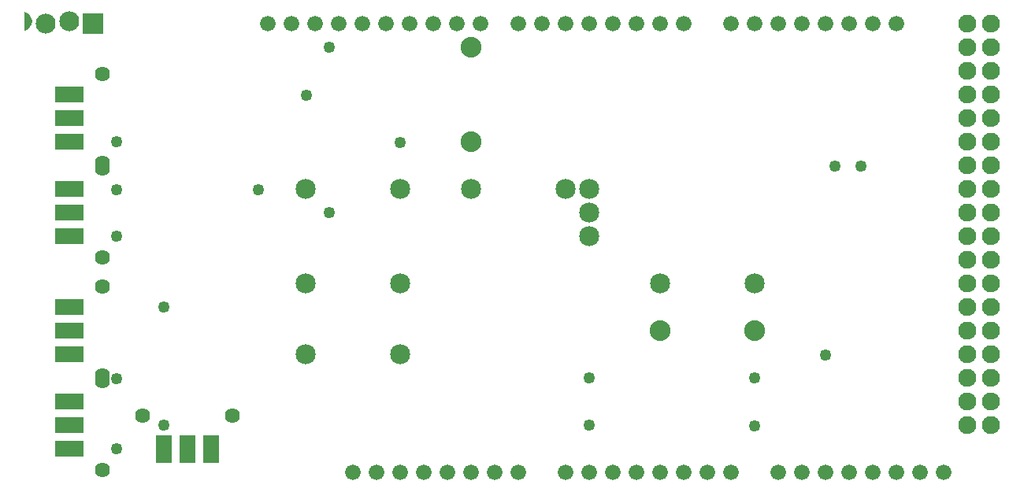
<source format=gts>
G04 MADE WITH FRITZING*
G04 WWW.FRITZING.ORG*
G04 DOUBLE SIDED*
G04 HOLES PLATED*
G04 CONTOUR ON CENTER OF CONTOUR VECTOR*
%ASAXBY*%
%FSLAX23Y23*%
%MOIN*%
%OFA0B0*%
%SFA1.0B1.0*%
%ADD10C,0.085000*%
%ADD11C,0.084000*%
%ADD12C,0.063937*%
%ADD13C,0.088000*%
%ADD14C,0.049370*%
%ADD15C,0.065990*%
%ADD16C,0.075993*%
%ADD17C,0.075965*%
%ADD18C,0.030000*%
%ADD19C,0.010000*%
%ADD20R,0.001000X0.001000*%
%LNMASK1*%
G90*
G70*
G54D10*
X1190Y600D03*
X1590Y600D03*
X1190Y1300D03*
X1590Y1300D03*
X2390Y1300D03*
X2390Y1200D03*
X2390Y1100D03*
X1890Y1300D03*
X2290Y1300D03*
X2690Y900D03*
X3090Y900D03*
G54D11*
X290Y2000D03*
X190Y2010D03*
X90Y2000D03*
X290Y2000D03*
X190Y2010D03*
X90Y2000D03*
G54D10*
X1590Y900D03*
X1190Y900D03*
G54D12*
X331Y488D03*
X331Y111D03*
X331Y488D03*
X331Y111D03*
G54D13*
X1890Y1900D03*
X1890Y1500D03*
X1890Y1900D03*
X1890Y1500D03*
X2690Y700D03*
X3090Y700D03*
X2690Y700D03*
X3090Y700D03*
G54D14*
X1589Y1498D03*
X1289Y1900D03*
G54D12*
X331Y888D03*
X331Y511D03*
X331Y888D03*
X331Y511D03*
X331Y1788D03*
X331Y1411D03*
X331Y1788D03*
X331Y1411D03*
X501Y341D03*
X879Y341D03*
X501Y341D03*
X879Y341D03*
X331Y1388D03*
X331Y1011D03*
X331Y1388D03*
X331Y1011D03*
G54D15*
X3290Y100D03*
X1690Y100D03*
X3390Y100D03*
X3490Y100D03*
X3590Y100D03*
X3690Y100D03*
G54D16*
X3990Y1500D03*
G54D15*
X3790Y100D03*
X3890Y100D03*
X1730Y2000D03*
X2290Y100D03*
X2390Y100D03*
X2490Y100D03*
X2590Y100D03*
G54D16*
X3990Y700D03*
G54D15*
X2690Y100D03*
X2790Y100D03*
X2890Y100D03*
X2990Y100D03*
X2490Y2000D03*
G54D16*
X3990Y1900D03*
X3990Y1100D03*
X3990Y300D03*
G54D15*
X1330Y2000D03*
X2090Y100D03*
X2090Y2000D03*
G54D16*
X3990Y1700D03*
X3990Y1300D03*
G54D17*
X3990Y900D03*
G54D15*
X3690Y2000D03*
G54D16*
X3990Y500D03*
G54D15*
X3590Y2000D03*
X3490Y2000D03*
X3390Y2000D03*
X3290Y2000D03*
X3190Y2000D03*
X3090Y2000D03*
X2990Y2000D03*
X1130Y2000D03*
X1530Y2000D03*
X1930Y2000D03*
X1490Y100D03*
X1890Y100D03*
X2690Y2000D03*
X2290Y2000D03*
G54D16*
X3990Y2000D03*
X3990Y1800D03*
X3990Y1600D03*
X3990Y1400D03*
X3990Y1200D03*
X3990Y1000D03*
X3990Y800D03*
X3990Y600D03*
G54D17*
X3990Y400D03*
G54D15*
X1030Y2000D03*
X1230Y2000D03*
X1430Y2000D03*
X1630Y2000D03*
X1830Y2000D03*
X1390Y100D03*
X1590Y100D03*
X1790Y100D03*
X1990Y100D03*
X2790Y2000D03*
X2590Y2000D03*
X2390Y2000D03*
X2190Y2000D03*
G54D16*
X4090Y2000D03*
X4090Y1900D03*
X4090Y1800D03*
X4090Y1700D03*
X4090Y1600D03*
X4090Y1500D03*
X4090Y1400D03*
X4090Y1300D03*
X4090Y1200D03*
X4090Y1100D03*
X4090Y1000D03*
G54D17*
X4090Y900D03*
G54D16*
X4090Y800D03*
X4090Y700D03*
X4090Y600D03*
X4090Y500D03*
G54D17*
X4090Y400D03*
G54D16*
X4090Y300D03*
G54D15*
X3190Y100D03*
G54D14*
X1192Y1699D03*
X390Y1500D03*
X389Y1299D03*
X390Y1100D03*
X989Y1299D03*
X3389Y599D03*
X1289Y1200D03*
X591Y300D03*
X591Y801D03*
X390Y200D03*
X390Y499D03*
X3090Y299D03*
X3090Y501D03*
X2391Y301D03*
X2390Y501D03*
X3540Y1396D03*
X3428Y1398D03*
G54D18*
G36*
X2418Y1072D02*
X2363Y1072D01*
X2363Y1127D01*
X2418Y1127D01*
X2418Y1072D01*
G37*
D02*
G54D19*
G36*
X131Y233D02*
X249Y233D01*
X249Y166D01*
X131Y166D01*
X131Y233D01*
G37*
D02*
G36*
X131Y333D02*
X249Y333D01*
X249Y266D01*
X131Y266D01*
X131Y333D01*
G37*
D02*
G36*
X131Y433D02*
X249Y433D01*
X249Y366D01*
X131Y366D01*
X131Y433D01*
G37*
D02*
G36*
X131Y633D02*
X249Y633D01*
X249Y566D01*
X131Y566D01*
X131Y633D01*
G37*
D02*
G36*
X131Y733D02*
X249Y733D01*
X249Y666D01*
X131Y666D01*
X131Y733D01*
G37*
D02*
G36*
X131Y833D02*
X249Y833D01*
X249Y766D01*
X131Y766D01*
X131Y833D01*
G37*
D02*
G36*
X131Y1533D02*
X249Y1533D01*
X249Y1466D01*
X131Y1466D01*
X131Y1533D01*
G37*
D02*
G36*
X131Y1633D02*
X249Y1633D01*
X249Y1566D01*
X131Y1566D01*
X131Y1633D01*
G37*
D02*
G36*
X131Y1733D02*
X249Y1733D01*
X249Y1666D01*
X131Y1666D01*
X131Y1733D01*
G37*
D02*
G36*
X557Y141D02*
X557Y259D01*
X624Y259D01*
X624Y141D01*
X557Y141D01*
G37*
D02*
G36*
X657Y141D02*
X657Y259D01*
X724Y259D01*
X724Y141D01*
X657Y141D01*
G37*
D02*
G36*
X757Y141D02*
X757Y259D01*
X824Y259D01*
X824Y141D01*
X757Y141D01*
G37*
D02*
G36*
X131Y1333D02*
X249Y1333D01*
X249Y1266D01*
X131Y1266D01*
X131Y1333D01*
G37*
D02*
G36*
X131Y1233D02*
X249Y1233D01*
X249Y1166D01*
X131Y1166D01*
X131Y1233D01*
G37*
D02*
G36*
X131Y1133D02*
X249Y1133D01*
X249Y1066D01*
X131Y1066D01*
X131Y1133D01*
G37*
D02*
G54D20*
X0Y2050D02*
X1Y2050D01*
X0Y2049D02*
X4Y2049D01*
X0Y2048D02*
X6Y2048D01*
X0Y2047D02*
X8Y2047D01*
X0Y2046D02*
X9Y2046D01*
X0Y2045D02*
X11Y2045D01*
X0Y2044D02*
X12Y2044D01*
X0Y2043D02*
X14Y2043D01*
X0Y2042D02*
X15Y2042D01*
X248Y2042D02*
X331Y2042D01*
X0Y2041D02*
X16Y2041D01*
X248Y2041D02*
X331Y2041D01*
X0Y2040D02*
X17Y2040D01*
X248Y2040D02*
X331Y2040D01*
X0Y2039D02*
X18Y2039D01*
X248Y2039D02*
X331Y2039D01*
X0Y2038D02*
X19Y2038D01*
X248Y2038D02*
X331Y2038D01*
X0Y2037D02*
X20Y2037D01*
X248Y2037D02*
X331Y2037D01*
X0Y2036D02*
X21Y2036D01*
X248Y2036D02*
X331Y2036D01*
X0Y2035D02*
X22Y2035D01*
X248Y2035D02*
X331Y2035D01*
X0Y2034D02*
X22Y2034D01*
X248Y2034D02*
X331Y2034D01*
X0Y2033D02*
X23Y2033D01*
X248Y2033D02*
X331Y2033D01*
X0Y2032D02*
X24Y2032D01*
X248Y2032D02*
X331Y2032D01*
X0Y2031D02*
X25Y2031D01*
X248Y2031D02*
X331Y2031D01*
X0Y2030D02*
X25Y2030D01*
X248Y2030D02*
X331Y2030D01*
X0Y2029D02*
X26Y2029D01*
X248Y2029D02*
X331Y2029D01*
X0Y2028D02*
X26Y2028D01*
X248Y2028D02*
X331Y2028D01*
X0Y2027D02*
X27Y2027D01*
X248Y2027D02*
X331Y2027D01*
X0Y2026D02*
X27Y2026D01*
X248Y2026D02*
X331Y2026D01*
X0Y2025D02*
X28Y2025D01*
X248Y2025D02*
X331Y2025D01*
X0Y2024D02*
X28Y2024D01*
X248Y2024D02*
X331Y2024D01*
X0Y2023D02*
X29Y2023D01*
X248Y2023D02*
X331Y2023D01*
X0Y2022D02*
X29Y2022D01*
X248Y2022D02*
X331Y2022D01*
X0Y2021D02*
X29Y2021D01*
X248Y2021D02*
X331Y2021D01*
X0Y2020D02*
X30Y2020D01*
X248Y2020D02*
X331Y2020D01*
X0Y2019D02*
X30Y2019D01*
X248Y2019D02*
X331Y2019D01*
X0Y2018D02*
X30Y2018D01*
X248Y2018D02*
X331Y2018D01*
X0Y2017D02*
X30Y2017D01*
X248Y2017D02*
X331Y2017D01*
X0Y2016D02*
X31Y2016D01*
X248Y2016D02*
X331Y2016D01*
X0Y2015D02*
X31Y2015D01*
X248Y2015D02*
X287Y2015D01*
X292Y2015D02*
X331Y2015D01*
X0Y2014D02*
X31Y2014D01*
X248Y2014D02*
X283Y2014D01*
X296Y2014D02*
X331Y2014D01*
X0Y2013D02*
X31Y2013D01*
X248Y2013D02*
X281Y2013D01*
X298Y2013D02*
X331Y2013D01*
X0Y2012D02*
X31Y2012D01*
X248Y2012D02*
X279Y2012D01*
X300Y2012D02*
X331Y2012D01*
X0Y2011D02*
X31Y2011D01*
X248Y2011D02*
X278Y2011D01*
X301Y2011D02*
X331Y2011D01*
X0Y2010D02*
X31Y2010D01*
X248Y2010D02*
X277Y2010D01*
X302Y2010D02*
X331Y2010D01*
X0Y2009D02*
X31Y2009D01*
X248Y2009D02*
X277Y2009D01*
X302Y2009D02*
X331Y2009D01*
X0Y2008D02*
X31Y2008D01*
X248Y2008D02*
X276Y2008D01*
X303Y2008D02*
X331Y2008D01*
X0Y2007D02*
X31Y2007D01*
X248Y2007D02*
X275Y2007D01*
X304Y2007D02*
X331Y2007D01*
X0Y2006D02*
X31Y2006D01*
X248Y2006D02*
X275Y2006D01*
X304Y2006D02*
X331Y2006D01*
X0Y2005D02*
X31Y2005D01*
X248Y2005D02*
X275Y2005D01*
X304Y2005D02*
X331Y2005D01*
X0Y2004D02*
X31Y2004D01*
X248Y2004D02*
X274Y2004D01*
X305Y2004D02*
X331Y2004D01*
X0Y2003D02*
X30Y2003D01*
X248Y2003D02*
X274Y2003D01*
X305Y2003D02*
X331Y2003D01*
X0Y2002D02*
X30Y2002D01*
X248Y2002D02*
X274Y2002D01*
X305Y2002D02*
X331Y2002D01*
X0Y2001D02*
X30Y2001D01*
X248Y2001D02*
X274Y2001D01*
X305Y2001D02*
X331Y2001D01*
X0Y2000D02*
X30Y2000D01*
X248Y2000D02*
X274Y2000D01*
X305Y2000D02*
X331Y2000D01*
X0Y1999D02*
X29Y1999D01*
X248Y1999D02*
X274Y1999D01*
X305Y1999D02*
X331Y1999D01*
X0Y1998D02*
X29Y1998D01*
X248Y1998D02*
X274Y1998D01*
X305Y1998D02*
X331Y1998D01*
X0Y1997D02*
X29Y1997D01*
X248Y1997D02*
X274Y1997D01*
X305Y1997D02*
X331Y1997D01*
X0Y1996D02*
X28Y1996D01*
X248Y1996D02*
X275Y1996D01*
X305Y1996D02*
X331Y1996D01*
X0Y1995D02*
X28Y1995D01*
X248Y1995D02*
X275Y1995D01*
X304Y1995D02*
X331Y1995D01*
X0Y1994D02*
X27Y1994D01*
X248Y1994D02*
X275Y1994D01*
X304Y1994D02*
X331Y1994D01*
X0Y1993D02*
X27Y1993D01*
X248Y1993D02*
X276Y1993D01*
X304Y1993D02*
X331Y1993D01*
X0Y1992D02*
X26Y1992D01*
X248Y1992D02*
X276Y1992D01*
X303Y1992D02*
X331Y1992D01*
X0Y1991D02*
X26Y1991D01*
X248Y1991D02*
X277Y1991D01*
X302Y1991D02*
X331Y1991D01*
X0Y1990D02*
X25Y1990D01*
X248Y1990D02*
X277Y1990D01*
X302Y1990D02*
X331Y1990D01*
X0Y1989D02*
X24Y1989D01*
X248Y1989D02*
X278Y1989D01*
X301Y1989D02*
X331Y1989D01*
X0Y1988D02*
X24Y1988D01*
X248Y1988D02*
X280Y1988D01*
X299Y1988D02*
X331Y1988D01*
X0Y1987D02*
X23Y1987D01*
X248Y1987D02*
X281Y1987D01*
X298Y1987D02*
X331Y1987D01*
X0Y1986D02*
X22Y1986D01*
X248Y1986D02*
X283Y1986D01*
X296Y1986D02*
X331Y1986D01*
X0Y1985D02*
X22Y1985D01*
X248Y1985D02*
X331Y1985D01*
X0Y1984D02*
X21Y1984D01*
X248Y1984D02*
X331Y1984D01*
X0Y1983D02*
X20Y1983D01*
X248Y1983D02*
X331Y1983D01*
X0Y1982D02*
X19Y1982D01*
X248Y1982D02*
X331Y1982D01*
X0Y1981D02*
X18Y1981D01*
X248Y1981D02*
X331Y1981D01*
X0Y1980D02*
X17Y1980D01*
X248Y1980D02*
X331Y1980D01*
X0Y1979D02*
X16Y1979D01*
X248Y1979D02*
X331Y1979D01*
X0Y1978D02*
X15Y1978D01*
X248Y1978D02*
X331Y1978D01*
X0Y1977D02*
X13Y1977D01*
X248Y1977D02*
X331Y1977D01*
X0Y1976D02*
X12Y1976D01*
X248Y1976D02*
X331Y1976D01*
X0Y1975D02*
X11Y1975D01*
X248Y1975D02*
X331Y1975D01*
X0Y1974D02*
X9Y1974D01*
X248Y1974D02*
X331Y1974D01*
X0Y1973D02*
X7Y1973D01*
X248Y1973D02*
X331Y1973D01*
X0Y1972D02*
X5Y1972D01*
X248Y1972D02*
X331Y1972D01*
X0Y1971D02*
X3Y1971D01*
X248Y1971D02*
X331Y1971D01*
X0Y1970D02*
X0Y1970D01*
X248Y1970D02*
X331Y1970D01*
X248Y1969D02*
X331Y1969D01*
X248Y1968D02*
X331Y1968D01*
X248Y1967D02*
X331Y1967D01*
X248Y1966D02*
X331Y1966D01*
X248Y1965D02*
X331Y1965D01*
X248Y1964D02*
X331Y1964D01*
X248Y1963D02*
X331Y1963D01*
X248Y1962D02*
X331Y1962D01*
X248Y1961D02*
X331Y1961D01*
X248Y1960D02*
X331Y1960D01*
X248Y1959D02*
X331Y1959D01*
D02*
G04 End of Mask1*
M02*
</source>
